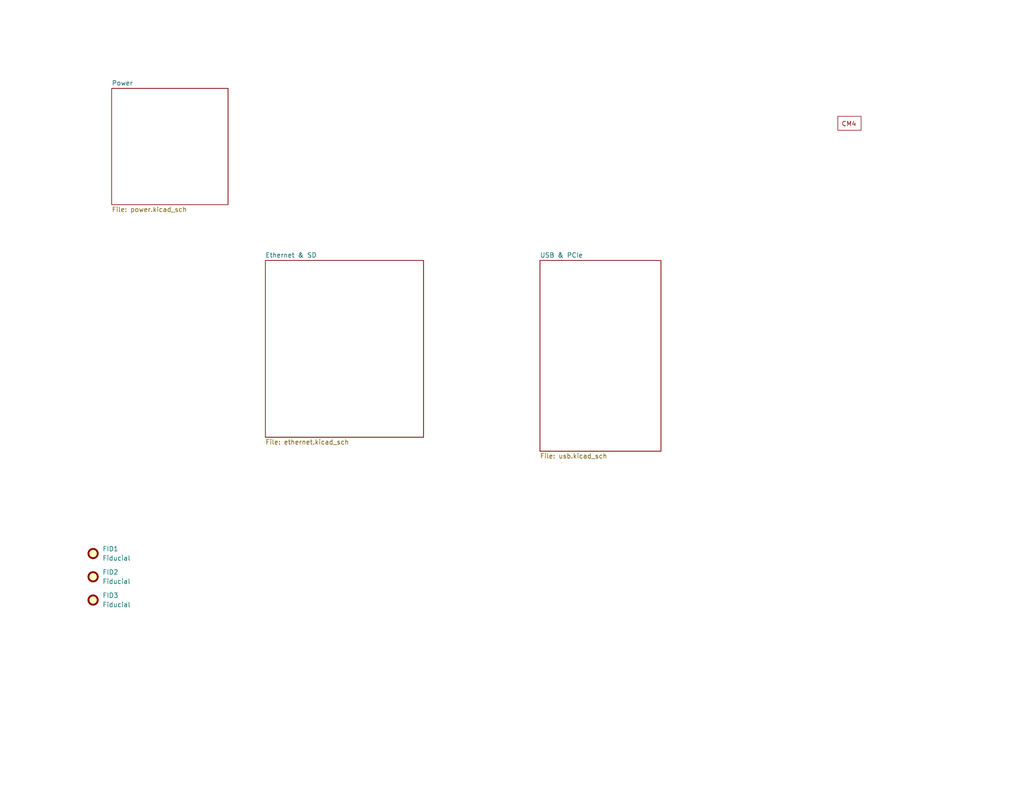
<source format=kicad_sch>
(kicad_sch (version 20231120) (generator "eeschema") (generator_version "8.0")
  (paper "USLetter")
  (lib_symbols
    (symbol "Mechanical:Fiducial"
      (property "Reference" "FID" (at 0 5.08 0))
      (property "Value" "Fiducial" (at 0 3.175 0))
      (symbol "Fiducial_0_1"
        (circle (center 0 0) (radius 1.27) (stroke (width 0.508)) (fill (type background)))
      )
    )
    (symbol "cm4node:cm4lite" (exclude_from_sim yes) (in_bom no)
      (symbol "cm4lite_0_1"
        (rectangle (start -1.27 -1.27) (end 5.08 -5.08))
      )
      (symbol "cm4lite_1_1"
        (text "CM4" (at 1.778 -3.302 0) (effects (font (size 1.27 1.27))))
      )
    )
  )
  (symbol (lib_id "Mechanical:Fiducial") (at 25.4 163.83 0) (unit 1)
    (property "Reference" "FID3" (at 27.94 162.5599 0) (effects (justify left)))
    (property "Value" "Fiducial" (at 27.94 165.0999 0) (effects (justify left)))
    (property "Footprint" "Fiducial:Fiducial_1mm_Mask2mm" (effects (hide yes)))
    (property "Description" "Fiducial Marker" (effects (hide yes)))
  )
  (symbol (lib_id "Mechanical:Fiducial") (at 25.4 157.48 0) (unit 1)
    (property "Reference" "FID2" (at 27.94 156.2099 0) (effects (justify left)))
    (property "Value" "Fiducial" (at 27.94 158.7499 0) (effects (justify left)))
    (property "Footprint" "Fiducial:Fiducial_1mm_Mask2mm" (effects (hide yes)))
    (property "Description" "Fiducial Marker" (effects (hide yes)))
  )
  (symbol (lib_id "Mechanical:Fiducial") (at 25.4 151.13 0) (unit 1)
    (property "Reference" "FID1" (at 27.94 149.8599 0) (effects (justify left)))
    (property "Value" "Fiducial" (at 27.94 152.3999 0) (effects (justify left)))
    (property "Footprint" "Fiducial:Fiducial_1mm_Mask2mm" (effects (hide yes)))
    (property "Description" "Fiducial Marker" (effects (hide yes)))
  )
  (symbol (lib_id "cm4node:cm4lite") (at 229.87 30.48 0) (unit 1) (exclude_from_sim yes) (in_bom no)
    (property "Reference" "D1" (effects (hide yes)))
    (property "Footprint" "cm4node:cm4lite" (effects (hide yes)))
  )
  (sheet (at 147.32 71.12) (size 33.02 52.07) (stroke (width 0.1524))
    (property "Sheetname" "USB & PCIe" (at 147.32 70.4084 0) (effects (justify left bottom)))
    (property "Sheetfile" "usb.kicad_sch" (at 147.32 123.7746 0) (effects (justify left top)))
  )
  (sheet (at 72.39 71.12) (size 43.18 48.26) (stroke (width 0.1524))
    (property "Sheetname" "Ethernet & SD" (at 72.39 70.4084 0) (effects (justify left bottom)))
    (property "Sheetfile" "ethernet.kicad_sch" (at 72.39 119.9646 0) (effects (justify left top)))
  )
  (sheet (at 30.48 24.13) (size 31.75 31.75) (stroke (width 0.1524))
    (property "Sheetname" "Power" (at 30.48 23.4184 0) (effects (justify left bottom)))
    (property "Sheetfile" "power.kicad_sch" (at 30.48 56.4646 0) (effects (justify left top)))
  )
)
</source>
